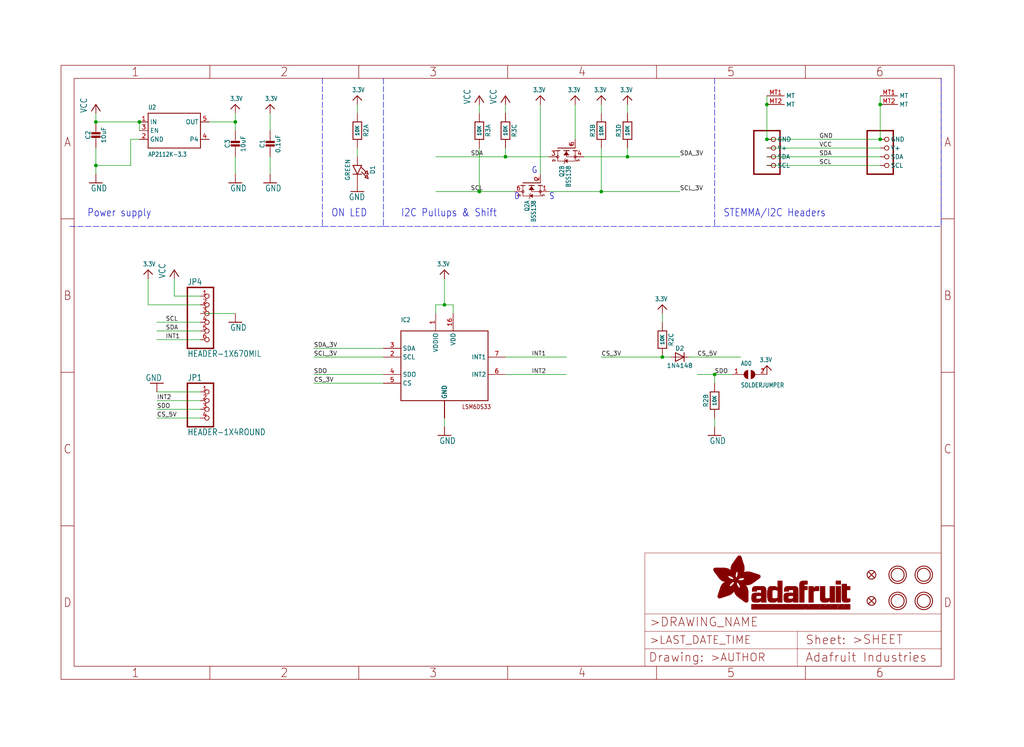
<source format=kicad_sch>
(kicad_sch (version 20211123) (generator eeschema)
  (paper "User" 298.45 217.881)
  (lib_symbols
    (symbol "eagleSchem-eagle-import:3.3V" (power)
      (property "Value" "3.3V" (at -1.524 1.016 0))
      (symbol "3.3V_1_0"
        (pin power_in line (at 0 -2.54 90) (length 2.54) (name "3.3V") (number "1"))
      )
    )
    (symbol "eagleSchem-eagle-import:CAP_CERAMIC0603_NO"
      (property "Reference" "C" (at -2.29 1.25 90))
      (property "Value" "CAP_CERAMIC0603_NO" (at 2.3 1.25 90))
      (symbol "CAP_CERAMIC0603_NO_1_0"
        (pin passive line (at 0 5.08 270) (length 2.54) (name "1") (number "1"))
        (pin passive line (at 0 -2.54 90) (length 2.54) (name "2") (number "2"))
      )
    )
    (symbol "eagleSchem-eagle-import:CAP_CERAMIC0805-NOOUTLINE"
      (property "Reference" "C" (at -2.29 1.25 90))
      (property "Value" "CAP_CERAMIC0805-NOOUTLINE" (at 2.3 1.25 90))
      (symbol "CAP_CERAMIC0805-NOOUTLINE_1_0"
        (pin passive line (at 0 5.08 270) (length 2.54) (name "1") (number "1"))
        (pin passive line (at 0 -2.54 90) (length 2.54) (name "2") (number "2"))
      )
    )
    (symbol "eagleSchem-eagle-import:DIODESOD-323"
      (property "Reference" "D" (at 0 2.54 0))
      (property "Value" "DIODESOD-323" (at 0 -2.5 0))
      (symbol "DIODESOD-323_1_0"
        (pin passive line (at -2.54 0 0) (length 2.54) (name "A") (number "A"))
        (pin passive line (at 2.54 0 180) (length 2.54) (name "C") (number "C"))
      )
    )
    (symbol "eagleSchem-eagle-import:FIDUCIAL_1MM")
    (symbol "eagleSchem-eagle-import:FRAME_A4_ADAFRUIT"
      (symbol "FRAME_A4_ADAFRUIT_1_0"
        (text "1" (at 21.6958 1.905 0) (effects (font (size 2.54 2.286))))
        (text "1" (at 21.6958 177.165 0) (effects (font (size 2.54 2.286))))
        (text "2" (at 65.0875 1.905 0) (effects (font (size 2.54 2.286))))
        (text "2" (at 65.0875 177.165 0) (effects (font (size 2.54 2.286))))
        (text "3" (at 108.4792 1.905 0) (effects (font (size 2.54 2.286))))
        (text "3" (at 108.4792 177.165 0) (effects (font (size 2.54 2.286))))
        (text "4" (at 151.8708 1.905 0) (effects (font (size 2.54 2.286))))
        (text "4" (at 151.8708 177.165 0) (effects (font (size 2.54 2.286))))
        (text "5" (at 195.2625 1.905 0) (effects (font (size 2.54 2.286))))
        (text "5" (at 195.2625 177.165 0) (effects (font (size 2.54 2.286))))
        (text "6" (at 238.6542 1.905 0) (effects (font (size 2.54 2.286))))
        (text "6" (at 238.6542 177.165 0) (effects (font (size 2.54 2.286))))
        (text ">AUTHOR" (at 189.23 5.08 0) (effects (font (size 2.286 2.286)) (justify left bottom)))
        (text ">DRAWING_NAME" (at 171.45 15.24 0) (effects (font (size 2.54 2.54)) (justify left bottom)))
        (text ">LAST_DATE_TIME" (at 171.45 10.16 0) (effects (font (size 2.286 2.286)) (justify left bottom)))
        (text ">SHEET" (at 230.505 10.16 0) (effects (font (size 2.54 2.54)) (justify left bottom)))
        (text "A" (at 1.905 156.6863 0) (effects (font (size 2.54 2.286))))
        (text "A" (at 258.445 156.6863 0) (effects (font (size 2.54 2.286))))
        (text "Adafruit Industries" (at 216.916 4.953 0) (effects (font (size 2.54 2.54)) (justify left bottom)))
        (text "B" (at 1.905 111.9188 0) (effects (font (size 2.54 2.286))))
        (text "B" (at 258.445 111.9188 0) (effects (font (size 2.54 2.286))))
        (text "C" (at 1.905 67.1513 0) (effects (font (size 2.54 2.286))))
        (text "C" (at 258.445 67.1513 0) (effects (font (size 2.54 2.286))))
        (text "D" (at 1.905 22.3838 0) (effects (font (size 2.54 2.286))))
        (text "D" (at 258.445 22.3838 0) (effects (font (size 2.54 2.286))))
        (text "Drawing:" (at 171.196 4.953 0) (effects (font (size 2.54 2.54)) (justify left bottom)))
        (text "Sheet:" (at 216.916 10.033 0) (effects (font (size 2.54 2.54)) (justify left bottom)))
      )
    )
    (symbol "eagleSchem-eagle-import:GND" (power)
      (property "Value" "GND" (at -2.54 -2.54 0))
      (symbol "GND_1_0"
        (pin power_in line (at 0 2.54 270) (length 2.54) (name "GND") (number "1"))
      )
    )
    (symbol "eagleSchem-eagle-import:HEADER-1X4ROUND"
      (property "Reference" "JP" (at -6.35 8.255 0))
      (property "Value" "HEADER-1X4ROUND" (at -6.35 -7.62 0))
      (symbol "HEADER-1X4ROUND_1_0"
        (pin passive inverted (at -2.54 5.08 0) (length 2.54) (name "1") (number "1"))
        (pin passive inverted (at -2.54 2.54 0) (length 2.54) (name "2") (number "2"))
        (pin passive inverted (at -2.54 0 0) (length 2.54) (name "3") (number "3"))
        (pin passive inverted (at -2.54 -2.54 0) (length 2.54) (name "4") (number "4"))
      )
    )
    (symbol "eagleSchem-eagle-import:HEADER-1X670MIL"
      (property "Reference" "JP" (at -6.35 10.795 0))
      (property "Value" "HEADER-1X670MIL" (at -6.35 -10.16 0))
      (symbol "HEADER-1X670MIL_1_0"
        (pin passive inverted (at -2.54 7.62 0) (length 2.54) (name "1") (number "1"))
        (pin passive inverted (at -2.54 5.08 0) (length 2.54) (name "2") (number "2"))
        (pin passive inverted (at -2.54 2.54 0) (length 2.54) (name "3") (number "3"))
        (pin passive inverted (at -2.54 0 0) (length 2.54) (name "4") (number "4"))
        (pin passive inverted (at -2.54 -2.54 0) (length 2.54) (name "5") (number "5"))
        (pin passive inverted (at -2.54 -5.08 0) (length 2.54) (name "6") (number "6"))
      )
    )
    (symbol "eagleSchem-eagle-import:LED0603_NOOUTLINE"
      (property "Reference" "D" (at -1.27 4.445 0))
      (property "Value" "LED0603_NOOUTLINE" (at -1.27 -2.794 0))
      (symbol "LED0603_NOOUTLINE_1_0"
        (pin passive line (at -5.08 0 0) (length 2.54) (name "A") (number "A"))
        (pin passive line (at 2.54 0 180) (length 2.54) (name "C") (number "C"))
      )
    )
    (symbol "eagleSchem-eagle-import:LSM6DS33"
      (property "Reference" "IC" (at -12.7 12.7 0))
      (symbol "LSM6DS33_1_0"
        (text "LSM6DS33" (at 5.08 -12.7 0) (effects (font (size 1.27 1.0795)) (justify left bottom)))
        (pin power_in line (at -2.54 15.24 270) (length 5.08) (name "VDDIO") (number "1"))
        (pin power_in line (at 0 -15.24 90) (length 5.08) (name "GND") (number "10"))
        (pin power_in line (at 0 -15.24 90) (length 5.08) (name "GND") (number "11"))
        (pin power_in line (at 0 -15.24 90) (length 5.08) (name "GND") (number "12"))
        (pin power_in line (at 0 -15.24 90) (length 5.08) (name "GND") (number "13"))
        (pin power_in line (at 0 -15.24 90) (length 5.08) (name "GND") (number "15"))
        (pin power_in line (at 2.54 15.24 270) (length 5.08) (name "VDD") (number "16"))
        (pin bidirectional line (at -17.78 2.54 0) (length 5.08) (name "SCL") (number "2"))
        (pin bidirectional line (at -17.78 5.08 0) (length 5.08) (name "SDA") (number "3"))
        (pin bidirectional line (at -17.78 -2.54 0) (length 5.08) (name "SDO") (number "4"))
        (pin input line (at -17.78 -5.08 0) (length 5.08) (name "CS") (number "5"))
        (pin output line (at 17.78 -2.54 180) (length 5.08) (name "INT2") (number "6"))
        (pin output line (at 17.78 2.54 180) (length 5.08) (name "INT1") (number "7"))
        (pin power_in line (at 0 -15.24 90) (length 5.08) (name "GND") (number "8"))
        (pin power_in line (at 0 -15.24 90) (length 5.08) (name "GND") (number "9"))
      )
    )
    (symbol "eagleSchem-eagle-import:MOSFET-N_DUAL"
      (property "Reference" "Q" (at 5.08 0.635 0))
      (property "Value" "MOSFET-N_DUAL" (at 5.08 -1.27 0))
      (symbol "MOSFET-N_DUAL_1_0"
        (text "D" (at 3.175 3.175 0) (effects (font (size 0.8128 0.6908)) (justify left bottom)))
        (text "G" (at -1.27 -1.905 0) (effects (font (size 0.8128 0.6908)) (justify left bottom)))
        (text "S" (at 3.175 -3.81 0) (effects (font (size 0.8128 0.6908)) (justify left bottom)))
        (pin bidirectional line (at 2.54 -5.08 90) (length 2.54) (name "S") (number "1"))
        (pin bidirectional line (at -2.54 -2.54 0) (length 2.54) (name "G") (number "2"))
        (pin bidirectional line (at 2.54 5.08 270) (length 2.54) (name "D") (number "6"))
      )
      (symbol "MOSFET-N_DUAL_2_0"
        (text "D" (at 3.175 3.175 0) (effects (font (size 0.8128 0.6908)) (justify left bottom)))
        (text "G" (at -1.27 -1.905 0) (effects (font (size 0.8128 0.6908)) (justify left bottom)))
        (text "S" (at 3.175 -3.81 0) (effects (font (size 0.8128 0.6908)) (justify left bottom)))
        (pin bidirectional line (at 2.54 5.08 270) (length 2.54) (name "D") (number "3"))
        (pin bidirectional line (at 2.54 -5.08 90) (length 2.54) (name "S") (number "4"))
        (pin bidirectional line (at -2.54 -2.54 0) (length 2.54) (name "G") (number "5"))
      )
    )
    (symbol "eagleSchem-eagle-import:MOUNTINGHOLE2.5")
    (symbol "eagleSchem-eagle-import:RESISTOR_4PACK"
      (property "Reference" "R" (at 0 2.54 0))
      (property "Value" "RESISTOR_4PACK" (at 0 0 0))
      (symbol "RESISTOR_4PACK_1_0"
        (pin passive line (at -5.08 0 0) (length 2.54) (name "1") (number "1"))
        (pin passive line (at 5.08 0 180) (length 2.54) (name "2") (number "8"))
      )
      (symbol "RESISTOR_4PACK_2_0"
        (pin passive line (at -5.08 0 0) (length 2.54) (name "1") (number "2"))
        (pin passive line (at 5.08 0 180) (length 2.54) (name "2") (number "7"))
      )
      (symbol "RESISTOR_4PACK_3_0"
        (pin passive line (at -5.08 0 0) (length 2.54) (name "1") (number "3"))
        (pin passive line (at 5.08 0 180) (length 2.54) (name "2") (number "6"))
      )
      (symbol "RESISTOR_4PACK_4_0"
        (pin passive line (at -5.08 0 0) (length 2.54) (name "1") (number "4"))
        (pin passive line (at 5.08 0 180) (length 2.54) (name "2") (number "5"))
      )
    )
    (symbol "eagleSchem-eagle-import:SOLDERJUMPER"
      (property "Reference" "SJ" (at -2.54 2.54 0))
      (property "Value" "SOLDERJUMPER" (at -2.54 -3.81 0))
      (symbol "SOLDERJUMPER_1_0"
        (pin passive line (at -5.08 0 0) (length 2.54) (name "1") (number "1"))
        (pin passive line (at 5.08 0 180) (length 2.54) (name "2") (number "2"))
      )
    )
    (symbol "eagleSchem-eagle-import:STEMMA_I2C_QT"
      (symbol "STEMMA_I2C_QT_1_0"
        (pin passive inverted (at 0 5.08 0) (length 2.54) (name "GND") (number "1"))
        (pin passive inverted (at 0 2.54 0) (length 2.54) (name "V+") (number "2"))
        (pin passive inverted (at 0 0 0) (length 2.54) (name "SDA") (number "3"))
        (pin passive inverted (at 0 -2.54 0) (length 2.54) (name "SCL") (number "4"))
      )
      (symbol "STEMMA_I2C_QT_2_0"
        (pin bidirectional line (at 0 0 0) (length 5.08) (name "MT") (number "MT1"))
      )
      (symbol "STEMMA_I2C_QT_3_0"
        (pin bidirectional line (at 0 0 0) (length 5.08) (name "MT") (number "MT2"))
      )
    )
    (symbol "eagleSchem-eagle-import:VCC" (power)
      (property "Value" "VCC" (at -2.54 -2.54 90))
      (symbol "VCC_1_0"
        (pin power_in line (at 0 -2.54 90) (length 2.54) (name "VCC") (number "1"))
      )
    )
    (symbol "eagleSchem-eagle-import:VREG_SOT23-5"
      (property "Reference" "U" (at -7.62 6.096 0))
      (property "Value" "VREG_SOT23-5" (at -7.62 -7.62 0))
      (symbol "VREG_SOT23-5_1_0"
        (pin power_in line (at -10.16 2.54 0) (length 2.54) (name "IN") (number "1"))
        (pin power_in line (at -10.16 -2.54 0) (length 2.54) (name "GND") (number "2"))
        (pin input line (at -10.16 0 0) (length 2.54) (name "EN") (number "3"))
        (pin bidirectional line (at 10.16 -2.54 180) (length 2.54) (name "P4") (number "4"))
        (pin power_in line (at 10.16 2.54 180) (length 2.54) (name "OUT") (number "5"))
      )
    )
  )
  (junction (at 208.28 109.22))
  (junction (at 139.7 55.88))
  (junction (at 27.94 48.26))
  (junction (at 193.04 104.14))
  (junction (at 256.54 40.64))
  (junction (at 223.52 30.48))
  (junction (at 27.94 35.56))
  (junction (at 68.58 35.56))
  (junction (at 182.88 45.72))
  (junction (at 147.32 45.72))
  (junction (at 129.54 88.9))
  (junction (at 40.64 35.56))
  (junction (at 175.26 55.88))
  (junction (at 223.52 40.64))
  (junction (at 256.54 30.48))
  (wire (pts (xy 43.18 88.9) (xy 43.18 81.28)))
  (wire (pts (xy 157.48 50.8) (xy 157.48 30.48)))
  (wire (pts (xy 160.02 45.72) (xy 147.32 45.72)))
  (wire (pts (xy 147.32 33.02) (xy 147.32 30.48)))
  (wire (pts (xy 58.42 93.98) (xy 45.72 93.98)))
  (polyline (pts (xy 208.28 66.04) (xy 274.32 66.04)))
  (wire (pts (xy 256.54 40.64) (xy 256.54 30.48)))
  (wire (pts (xy 40.64 38.1) (xy 40.64 35.56)))
  (wire (pts (xy 175.26 55.88) (xy 198.12 55.88)))
  (wire (pts (xy 182.88 45.72) (xy 198.12 45.72)))
  (wire (pts (xy 111.76 111.76) (xy 91.44 111.76)))
  (wire (pts (xy 170.18 45.72) (xy 182.88 45.72)))
  (polyline (pts (xy 20.32 66.04) (xy 93.98 66.04)))
  (wire (pts (xy 208.28 124.46) (xy 208.28 121.92)))
  (wire (pts (xy 223.52 43.18) (xy 256.54 43.18)))
  (wire (pts (xy 223.52 30.48) (xy 223.52 40.64)))
  (wire (pts (xy 139.7 43.18) (xy 139.7 55.88)))
  (wire (pts (xy 223.52 48.26) (xy 256.54 48.26)))
  (wire (pts (xy 58.42 86.36) (xy 50.8 86.36)))
  (wire (pts (xy 175.26 33.02) (xy 175.26 30.48)))
  (wire (pts (xy 256.54 40.64) (xy 223.52 40.64)))
  (wire (pts (xy 40.64 35.56) (xy 27.94 35.56)))
  (wire (pts (xy 58.42 121.92) (xy 45.72 121.92)))
  (wire (pts (xy 68.58 35.56) (xy 68.58 33.02)))
  (wire (pts (xy 182.88 33.02) (xy 182.88 30.48)))
  (wire (pts (xy 147.32 45.72) (xy 127 45.72)))
  (wire (pts (xy 256.54 45.72) (xy 223.52 45.72)))
  (wire (pts (xy 139.7 30.48) (xy 139.7 33.02)))
  (wire (pts (xy 104.14 45.72) (xy 104.14 43.18)))
  (wire (pts (xy 182.88 43.18) (xy 182.88 45.72)))
  (wire (pts (xy 200.66 104.14) (xy 215.9 104.14)))
  (wire (pts (xy 91.44 104.14) (xy 111.76 104.14)))
  (wire (pts (xy 160.02 55.88) (xy 175.26 55.88)))
  (wire (pts (xy 111.76 101.6) (xy 91.44 101.6)))
  (wire (pts (xy 58.42 88.9) (xy 43.18 88.9)))
  (wire (pts (xy 58.42 96.52) (xy 45.72 96.52)))
  (wire (pts (xy 147.32 104.14) (xy 165.1 104.14)))
  (wire (pts (xy 45.72 114.3) (xy 58.42 114.3)))
  (wire (pts (xy 167.64 40.64) (xy 167.64 30.48)))
  (wire (pts (xy 175.26 43.18) (xy 175.26 55.88)))
  (wire (pts (xy 132.08 91.44) (xy 132.08 88.9)))
  (wire (pts (xy 129.54 88.9) (xy 129.54 81.28)))
  (wire (pts (xy 208.28 109.22) (xy 213.36 109.22)))
  (wire (pts (xy 132.08 88.9) (xy 129.54 88.9)))
  (polyline (pts (xy 208.28 22.86) (xy 208.28 66.04)))
  (wire (pts (xy 40.64 40.64) (xy 38.1 40.64)))
  (wire (pts (xy 27.94 48.26) (xy 27.94 50.8)))
  (wire (pts (xy 127 88.9) (xy 127 91.44)))
  (wire (pts (xy 58.42 91.44) (xy 68.58 91.44)))
  (wire (pts (xy 149.86 55.88) (xy 139.7 55.88)))
  (wire (pts (xy 129.54 121.92) (xy 129.54 124.46)))
  (polyline (pts (xy 93.98 22.86) (xy 93.98 66.04)))
  (wire (pts (xy 193.04 104.14) (xy 175.26 104.14)))
  (wire (pts (xy 27.94 33.02) (xy 27.94 35.56)))
  (wire (pts (xy 111.76 109.22) (xy 91.44 109.22)))
  (wire (pts (xy 58.42 119.38) (xy 45.72 119.38)))
  (wire (pts (xy 58.42 116.84) (xy 45.72 116.84)))
  (wire (pts (xy 104.14 30.48) (xy 104.14 33.02)))
  (wire (pts (xy 127 88.9) (xy 129.54 88.9)))
  (wire (pts (xy 193.04 93.98) (xy 193.04 91.44)))
  (wire (pts (xy 208.28 109.22) (xy 203.2 109.22)))
  (wire (pts (xy 38.1 48.26) (xy 27.94 48.26)))
  (wire (pts (xy 78.74 33.02) (xy 78.74 38.1)))
  (wire (pts (xy 195.58 104.14) (xy 193.04 104.14)))
  (wire (pts (xy 256.54 30.48) (xy 256.54 27.94)))
  (polyline (pts (xy 111.76 22.86) (xy 111.76 66.04)))
  (wire (pts (xy 208.28 111.76) (xy 208.28 109.22)))
  (wire (pts (xy 147.32 43.18) (xy 147.32 45.72)))
  (polyline (pts (xy 274.32 22.86) (xy 274.32 66.04)))
  (wire (pts (xy 38.1 40.64) (xy 38.1 48.26)))
  (wire (pts (xy 68.58 35.56) (xy 68.58 38.1)))
  (wire (pts (xy 78.74 45.72) (xy 78.74 50.8)))
  (wire (pts (xy 223.52 27.94) (xy 223.52 30.48)))
  (wire (pts (xy 50.8 86.36) (xy 50.8 81.28)))
  (wire (pts (xy 68.58 45.72) (xy 68.58 50.8)))
  (polyline (pts (xy 111.76 66.04) (xy 208.28 66.04)))
  (wire (pts (xy 58.42 99.06) (xy 45.72 99.06)))
  (wire (pts (xy 27.94 48.26) (xy 27.94 43.18)))
  (wire (pts (xy 60.96 35.56) (xy 68.58 35.56)))
  (wire (pts (xy 139.7 55.88) (xy 127 55.88)))
  (polyline (pts (xy 93.98 66.04) (xy 111.76 66.04)))
  (wire (pts (xy 165.1 109.22) (xy 147.32 109.22)))
  (text "STEMMA/I2C Headers" (at 210.82 63.5 180) (effects (font (size 2.1844 1.8567)) (justify left bottom)))
  (text "ON LED" (at 96.52 63.5 180) (effects (font (size 2.1844 1.8567)) (justify left bottom)))
  (text "D" (at 149.86 58.42 180) (effects (font (size 1.778 1.5113)) (justify left bottom)))
  (text "G" (at 154.94 50.8 180) (effects (font (size 1.778 1.5113)) (justify left bottom)))
  (text "I2C Pullups & Shift" (at 116.84 63.5 180) (effects (font (size 2.1844 1.8567)) (justify left bottom)))
  (text "Power supply" (at 25.4 63.5 180) (effects (font (size 2.1844 1.8567)) (justify left bottom)))
  (text "S" (at 160.02 58.42 180) (effects (font (size 1.778 1.5113)) (justify left bottom)))
  (label "INT2" (at 45.72 116.84 0) (effects (font (size 1.2446 1.2446))))
  (label "INT1" (at 154.94 104.14 0) (effects (font (size 1.2446 1.2446))))
  (label "SDO" (at 208.28 109.22 0) (effects (font (size 1.2446 1.2446))))
  (label "SCL" (at 48.26 93.98 0) (effects (font (size 1.2446 1.2446))))
  (label "SDA" (at 48.26 96.52 0) (effects (font (size 1.2446 1.2446))))
  (label "SDA_3V" (at 91.44 101.6 0) (effects (font (size 1.2446 1.2446))))
  (label "INT1" (at 48.26 99.06 0) (effects (font (size 1.2446 1.2446))))
  (label "SDA" (at 137.16 45.72 0) (effects (font (size 1.2446 1.2446))))
  (label "INT2" (at 154.94 109.22 0) (effects (font (size 1.2446 1.2446))))
  (label "SCL_3V" (at 91.44 104.14 0) (effects (font (size 1.2446 1.2446))))
  (label "SDO" (at 45.72 119.38 0) (effects (font (size 1.2446 1.2446))))
  (label "CS_3V" (at 175.26 104.14 0) (effects (font (size 1.2446 1.2446))))
  (label "SCL" (at 238.76 48.26 0) (effects (font (size 1.2446 1.2446))))
  (label "GND" (at 238.76 40.64 0) (effects (font (size 1.2446 1.2446))))
  (label "SDO" (at 91.44 109.22 0) (effects (font (size 1.2446 1.2446))))
  (label "VCC" (at 238.76 43.18 0) (effects (font (size 1.2446 1.2446))))
  (label "SDA_3V" (at 198.12 45.72 0) (effects (font (size 1.2446 1.2446))))
  (label "CS_5V" (at 203.2 104.14 0) (effects (font (size 1.2446 1.2446))))
  (label "SCL" (at 137.16 55.88 0) (effects (font (size 1.2446 1.2446))))
  (label "SDA" (at 238.76 45.72 0) (effects (font (size 1.2446 1.2446))))
  (label "SCL_3V" (at 198.12 55.88 0) (effects (font (size 1.2446 1.2446))))
  (label "CS_5V" (at 45.72 121.92 0) (effects (font (size 1.2446 1.2446))))
  (label "CS_3V" (at 91.44 111.76 0) (effects (font (size 1.2446 1.2446))))
  (symbol (lib_id "eagleSchem-eagle-import:LED0603_NOOUTLINE") (at 104.14 50.8 270) (unit 1)
    (property "Reference" "D1" (at 108.585 49.53 0))
    (property "Value" "GREEN" (at 101.346 49.53 0))
    (property "Footprint" "eagleSchem:CHIPLED_0603_NOOUTLINE" (effects hide))
  )
  (symbol (lib_id "eagleSchem-eagle-import:FIDUCIAL_1MM") (at 254 175.26 0) (unit 1)
    (property "Reference" "FID3" (effects hide))
    (property "Value" "FIDUCIAL_1MM" (effects hide))
    (property "Footprint" "eagleSchem:FIDUCIAL_1MM" (effects hide))
  )
  (symbol (lib_id "eagleSchem-eagle-import:VCC") (at 147.32 27.94 0) (unit 1)
    (property "Reference" "#P+2" (effects hide))
    (property "Value" "VCC" (at 144.78 30.48 90) (effects (font (size 1.778 1.5113)) (justify left bottom)))
    (property "Footprint" "eagleSchem:" (effects hide))
  )
  (symbol (lib_id "eagleSchem-eagle-import:3.3V") (at 193.04 88.9 0) (mirror y) (unit 1)
    (property "Reference" "#U$12" (effects hide))
    (property "Value" "3.3V" (at 194.564 87.884 0) (effects (font (size 1.27 1.0795)) (justify left bottom)))
    (property "Footprint" "eagleSchem:" (effects hide))
  )
  (symbol (lib_id "eagleSchem-eagle-import:3.3V") (at 167.64 27.94 0) (mirror y) (unit 1)
    (property "Reference" "#U$23" (effects hide))
    (property "Value" "3.3V" (at 169.164 26.924 0) (effects (font (size 1.27 1.0795)) (justify left bottom)))
    (property "Footprint" "eagleSchem:" (effects hide))
  )
  (symbol (lib_id "eagleSchem-eagle-import:RESISTOR_4PACK") (at 104.14 38.1 270) (unit 1)
    (property "Reference" "R2" (at 106.68 38.1 0))
    (property "Value" "10K" (at 104.14 38.1 0) (effects (font (size 1.016 1.016) bold)))
    (property "Footprint" "eagleSchem:RESPACK_4X0603" (effects hide))
  )
  (symbol (lib_id "eagleSchem-eagle-import:GND") (at 208.28 127 0) (unit 1)
    (property "Reference" "#U$20" (effects hide))
    (property "Value" "GND" (at 206.756 129.54 0) (effects (font (size 1.778 1.5113)) (justify left bottom)))
    (property "Footprint" "eagleSchem:" (effects hide))
  )
  (symbol (lib_id "eagleSchem-eagle-import:3.3V") (at 175.26 27.94 0) (mirror y) (unit 1)
    (property "Reference" "#U$24" (effects hide))
    (property "Value" "3.3V" (at 176.784 26.924 0) (effects (font (size 1.27 1.0795)) (justify left bottom)))
    (property "Footprint" "eagleSchem:" (effects hide))
  )
  (symbol (lib_id "eagleSchem-eagle-import:DIODESOD-323") (at 198.12 104.14 0) (unit 1)
    (property "Reference" "D2" (at 198.12 101.6 0))
    (property "Value" "1N4148" (at 198.12 106.64 0))
    (property "Footprint" "eagleSchem:SOD-323" (effects hide))
  )
  (symbol (lib_id "eagleSchem-eagle-import:RESISTOR_4PACK") (at 182.88 38.1 90) (mirror x) (unit 4)
    (property "Reference" "R3" (at 180.34 38.1 0))
    (property "Value" "10K" (at 182.88 38.1 0) (effects (font (size 1.016 1.016) bold)))
    (property "Footprint" "eagleSchem:RESPACK_4X0603" (effects hide))
  )
  (symbol (lib_id "eagleSchem-eagle-import:RESISTOR_4PACK") (at 175.26 38.1 90) (mirror x) (unit 2)
    (property "Reference" "R3" (at 172.72 38.1 0))
    (property "Value" "10K" (at 175.26 38.1 0) (effects (font (size 1.016 1.016) bold)))
    (property "Footprint" "eagleSchem:RESPACK_4X0603" (effects hide))
  )
  (symbol (lib_id "eagleSchem-eagle-import:CAP_CERAMIC0805-NOOUTLINE") (at 68.58 43.18 0) (unit 1)
    (property "Reference" "C3" (at 66.29 41.93 90))
    (property "Value" "10uF" (at 70.88 41.93 90))
    (property "Footprint" "eagleSchem:0805-NO" (effects hide))
  )
  (symbol (lib_id "eagleSchem-eagle-import:3.3V") (at 223.52 106.68 0) (mirror y) (unit 1)
    (property "Reference" "#U$11" (effects hide))
    (property "Value" "3.3V" (at 225.044 105.664 0) (effects (font (size 1.27 1.0795)) (justify left bottom)))
    (property "Footprint" "eagleSchem:" (effects hide))
  )
  (symbol (lib_id "eagleSchem-eagle-import:MOSFET-N_DUAL") (at 165.1 43.18 90) (mirror x) (unit 2)
    (property "Reference" "Q2" (at 164.465 48.26 0) (effects (font (size 1.27 1.0795)) (justify left bottom)))
    (property "Value" "BSS138" (at 166.37 48.26 0) (effects (font (size 1.27 1.0795)) (justify left bottom)))
    (property "Footprint" "eagleSchem:SOT363" (effects hide))
  )
  (symbol (lib_id "eagleSchem-eagle-import:RESISTOR_4PACK") (at 147.32 38.1 270) (unit 3)
    (property "Reference" "R3" (at 149.86 38.1 0))
    (property "Value" "10K" (at 147.32 38.1 0) (effects (font (size 1.016 1.016) bold)))
    (property "Footprint" "eagleSchem:RESPACK_4X0603" (effects hide))
  )
  (symbol (lib_id "eagleSchem-eagle-import:GND") (at 68.58 53.34 0) (unit 1)
    (property "Reference" "#U$5" (effects hide))
    (property "Value" "GND" (at 67.056 55.88 0) (effects (font (size 1.778 1.5113)) (justify left bottom)))
    (property "Footprint" "eagleSchem:" (effects hide))
  )
  (symbol (lib_id "eagleSchem-eagle-import:GND") (at 78.74 53.34 0) (unit 1)
    (property "Reference" "#U$6" (effects hide))
    (property "Value" "GND" (at 77.216 55.88 0) (effects (font (size 1.778 1.5113)) (justify left bottom)))
    (property "Footprint" "eagleSchem:" (effects hide))
  )
  (symbol (lib_id "eagleSchem-eagle-import:MOSFET-N_DUAL") (at 154.94 53.34 90) (mirror x) (unit 1)
    (property "Reference" "Q2" (at 154.305 58.42 0) (effects (font (size 1.27 1.0795)) (justify left bottom)))
    (property "Value" "BSS138" (at 156.21 58.42 0) (effects (font (size 1.27 1.0795)) (justify left bottom)))
    (property "Footprint" "eagleSchem:SOT363" (effects hide))
  )
  (symbol (lib_id "eagleSchem-eagle-import:STEMMA_I2C_QT") (at 223.52 30.48 0) (unit 3)
    (property "Reference" "CONN3" (effects hide))
    (property "Value" "STEMMA_I2C_QT" (effects hide))
    (property "Footprint" "eagleSchem:JST_SH4" (effects hide))
  )
  (symbol (lib_id "eagleSchem-eagle-import:GND") (at 68.58 93.98 0) (unit 1)
    (property "Reference" "#U$10" (effects hide))
    (property "Value" "GND" (at 67.056 96.52 0) (effects (font (size 1.778 1.5113)) (justify left bottom)))
    (property "Footprint" "eagleSchem:" (effects hide))
  )
  (symbol (lib_id "eagleSchem-eagle-import:HEADER-1X670MIL") (at 60.96 93.98 0) (unit 1)
    (property "Reference" "JP4" (at 54.61 83.185 0) (effects (font (size 1.778 1.5113)) (justify left bottom)))
    (property "Value" "HEADER-1X670MIL" (at 54.61 104.14 0) (effects (font (size 1.778 1.5113)) (justify left bottom)))
    (property "Footprint" "eagleSchem:1X06_ROUND_70" (effects hide))
  )
  (symbol (lib_id "eagleSchem-eagle-import:STEMMA_I2C_QT") (at 256.54 45.72 0) (unit 1)
    (property "Reference" "CONN4" (effects hide))
    (property "Value" "STEMMA_I2C_QT" (effects hide))
    (property "Footprint" "eagleSchem:JST_SH4" (effects hide))
  )
  (symbol (lib_id "eagleSchem-eagle-import:VREG_SOT23-5") (at 50.8 38.1 0) (unit 1)
    (property "Reference" "U2" (at 43.18 32.004 0) (effects (font (size 1.27 1.0795)) (justify left bottom)))
    (property "Value" "AP2112K-3.3" (at 43.18 45.72 0) (effects (font (size 1.27 1.0795)) (justify left bottom)))
    (property "Footprint" "eagleSchem:SOT23-5" (effects hide))
  )
  (symbol (lib_id "eagleSchem-eagle-import:VCC") (at 139.7 27.94 0) (unit 1)
    (property "Reference" "#P+1" (effects hide))
    (property "Value" "VCC" (at 137.16 30.48 90) (effects (font (size 1.778 1.5113)) (justify left bottom)))
    (property "Footprint" "eagleSchem:" (effects hide))
  )
  (symbol (lib_id "eagleSchem-eagle-import:GND") (at 27.94 53.34 0) (unit 1)
    (property "Reference" "#U$13" (effects hide))
    (property "Value" "GND" (at 26.416 55.88 0) (effects (font (size 1.778 1.5113)) (justify left bottom)))
    (property "Footprint" "eagleSchem:" (effects hide))
  )
  (symbol (lib_id "eagleSchem-eagle-import:GND") (at 104.14 55.88 0) (unit 1)
    (property "Reference" "#GND6" (effects hide))
    (property "Value" "GND" (at 101.6 58.42 0) (effects (font (size 1.778 1.5113)) (justify left bottom)))
    (property "Footprint" "eagleSchem:" (effects hide))
  )
  (symbol (lib_id "eagleSchem-eagle-import:MOUNTINGHOLE2.5") (at 261.62 167.64 0) (unit 1)
    (property "Reference" "U$17" (effects hide))
    (property "Value" "MOUNTINGHOLE2.5" (effects hide))
    (property "Footprint" "eagleSchem:MOUNTINGHOLE_2.5_PLATED" (effects hide))
  )
  (symbol (lib_id "eagleSchem-eagle-import:MOUNTINGHOLE2.5") (at 261.62 175.26 0) (unit 1)
    (property "Reference" "U$1" (effects hide))
    (property "Value" "MOUNTINGHOLE2.5" (effects hide))
    (property "Footprint" "eagleSchem:MOUNTINGHOLE_2.5_PLATED" (effects hide))
  )
  (symbol (lib_id "eagleSchem-eagle-import:SOLDERJUMPER") (at 218.44 109.22 0) (unit 1)
    (property "Reference" "AD0" (at 215.9 106.68 0) (effects (font (size 1.27 1.0795)) (justify left bottom)))
    (property "Value" "SOLDERJUMPER" (at 215.9 113.03 0) (effects (font (size 1.27 1.0795)) (justify left bottom)))
    (property "Footprint" "eagleSchem:SOLDERJUMPER_ARROW_NOPASTE" (effects hide))
  )
  (symbol (lib_id "eagleSchem-eagle-import:STEMMA_I2C_QT") (at 223.52 45.72 0) (unit 1)
    (property "Reference" "CONN3" (effects hide))
    (property "Value" "STEMMA_I2C_QT" (effects hide))
    (property "Footprint" "eagleSchem:JST_SH4" (effects hide))
  )
  (symbol (lib_id "eagleSchem-eagle-import:STEMMA_I2C_QT") (at 256.54 30.48 0) (unit 3)
    (property "Reference" "CONN4" (effects hide))
    (property "Value" "STEMMA_I2C_QT" (effects hide))
    (property "Footprint" "eagleSchem:JST_SH4" (effects hide))
  )
  (symbol (lib_id "eagleSchem-eagle-import:RESISTOR_4PACK") (at 139.7 38.1 270) (unit 1)
    (property "Reference" "R3" (at 142.24 38.1 0))
    (property "Value" "10K" (at 139.7 38.1 0) (effects (font (size 1.016 1.016) bold)))
    (property "Footprint" "eagleSchem:RESPACK_4X0603" (effects hide))
  )
  (symbol (lib_id "eagleSchem-eagle-import:CAP_CERAMIC0805-NOOUTLINE") (at 27.94 40.64 0) (unit 1)
    (property "Reference" "C2" (at 25.65 39.39 90))
    (property "Value" "10uF" (at 30.24 39.39 90))
    (property "Footprint" "eagleSchem:0805-NO" (effects hide))
  )
  (symbol (lib_id "eagleSchem-eagle-import:HEADER-1X4ROUND") (at 60.96 119.38 0) (unit 1)
    (property "Reference" "JP1" (at 54.61 111.125 0) (effects (font (size 1.778 1.5113)) (justify left bottom)))
    (property "Value" "HEADER-1X4ROUND" (at 54.61 127 0) (effects (font (size 1.778 1.5113)) (justify left bottom)))
    (property "Footprint" "eagleSchem:1X04_ROUND" (effects hide))
  )
  (symbol (lib_id "eagleSchem-eagle-import:VCC") (at 27.94 30.48 0) (unit 1)
    (property "Reference" "#P+3" (effects hide))
    (property "Value" "VCC" (at 25.4 33.02 90) (effects (font (size 1.778 1.5113)) (justify left bottom)))
    (property "Footprint" "eagleSchem:" (effects hide))
  )
  (symbol (lib_id "eagleSchem-eagle-import:3.3V") (at 43.18 78.74 0) (unit 1)
    (property "Reference" "#U$16" (effects hide))
    (property "Value" "3.3V" (at 41.656 77.724 0) (effects (font (size 1.27 1.0795)) (justify left bottom)))
    (property "Footprint" "eagleSchem:" (effects hide))
  )
  (symbol (lib_id "eagleSchem-eagle-import:GND") (at 129.54 127 0) (unit 1)
    (property "Reference" "#U$2" (effects hide))
    (property "Value" "GND" (at 128.016 129.54 0) (effects (font (size 1.778 1.5113)) (justify left bottom)))
    (property "Footprint" "eagleSchem:" (effects hide))
  )
  (symbol (lib_id "eagleSchem-eagle-import:CAP_CERAMIC0603_NO") (at 78.74 43.18 0) (unit 1)
    (property "Reference" "C1" (at 76.45 41.93 90))
    (property "Value" "0.1uF" (at 81.04 41.93 90))
    (property "Footprint" "eagleSchem:0603-NO" (effects hide))
  )
  (symbol (lib_id "eagleSchem-eagle-import:3.3V") (at 157.48 27.94 0) (mirror y) (unit 1)
    (property "Reference" "#U$26" (effects hide))
    (property "Value" "3.3V" (at 159.004 26.924 0) (effects (font (size 1.27 1.0795)) (justify left bottom)))
    (property "Footprint" "eagleSchem:" (effects hide))
  )
  (symbol (lib_id "eagleSchem-eagle-import:VCC") (at 50.8 78.74 0) (unit 1)
    (property "Reference" "#P+4" (effects hide))
    (property "Value" "VCC" (at 48.26 81.28 90) (effects (font (size 1.778 1.5113)) (justify left bottom)))
    (property "Footprint" "eagleSchem:" (effects hide))
  )
  (symbol (lib_id "eagleSchem-eagle-import:STEMMA_I2C_QT") (at 256.54 27.94 0) (unit 2)
    (property "Reference" "CONN4" (effects hide))
    (property "Value" "STEMMA_I2C_QT" (effects hide))
    (property "Footprint" "eagleSchem:JST_SH4" (effects hide))
  )
  (symbol (lib_id "eagleSchem-eagle-import:LSM6DS33") (at 129.54 106.68 0) (unit 1)
    (property "Reference" "IC2" (at 116.84 93.98 0) (effects (font (size 1.27 1.0795)) (justify left bottom)))
    (property "Value" "LSM6DS33" (effects hide))
    (property "Footprint" "eagleSchem:LGA16_3X3MM" (effects hide))
  )
  (symbol (lib_id "eagleSchem-eagle-import:MOUNTINGHOLE2.5") (at 269.24 175.26 0) (unit 1)
    (property "Reference" "U$21" (effects hide))
    (property "Value" "MOUNTINGHOLE2.5" (effects hide))
    (property "Footprint" "eagleSchem:MOUNTINGHOLE_2.5_PLATED" (effects hide))
  )
  (symbol (lib_id "eagleSchem-eagle-import:3.3V") (at 182.88 27.94 0) (mirror y) (unit 1)
    (property "Reference" "#U$7" (effects hide))
    (property "Value" "3.3V" (at 184.404 26.924 0) (effects (font (size 1.27 1.0795)) (justify left bottom)))
    (property "Footprint" "eagleSchem:" (effects hide))
  )
  (symbol (lib_id "eagleSchem-eagle-import:GND") (at 45.72 111.76 180) (unit 1)
    (property "Reference" "#U$8" (effects hide))
    (property "Value" "GND" (at 47.244 109.22 0) (effects (font (size 1.778 1.5113)) (justify left bottom)))
    (property "Footprint" "eagleSchem:" (effects hide))
  )
  (symbol (lib_id "eagleSchem-eagle-import:STEMMA_I2C_QT") (at 223.52 27.94 0) (unit 2)
    (property "Reference" "CONN3" (effects hide))
    (property "Value" "STEMMA_I2C_QT" (effects hide))
    (property "Footprint" "eagleSchem:JST_SH4" (effects hide))
  )
  (symbol (lib_id "eagleSchem-eagle-import:3.3V") (at 68.58 30.48 0) (unit 1)
    (property "Reference" "#U$15" (effects hide))
    (property "Value" "3.3V" (at 67.056 29.464 0) (effects (font (size 1.27 1.0795)) (justify left bottom)))
    (property "Footprint" "eagleSchem:" (effects hide))
  )
  (symbol (lib_id "eagleSchem-eagle-import:RESISTOR_4PACK") (at 193.04 99.06 270) (unit 3)
    (property "Reference" "R2" (at 195.58 99.06 0))
    (property "Value" "10K" (at 193.04 99.06 0) (effects (font (size 1.016 1.016) bold)))
    (property "Footprint" "eagleSchem:RESPACK_4X0603" (effects hide))
  )
  (symbol (lib_id "eagleSchem-eagle-import:3.3V") (at 129.54 78.74 0) (mirror y) (unit 1)
    (property "Reference" "#U$4" (effects hide))
    (property "Value" "3.3V" (at 131.064 77.724 0) (effects (font (size 1.27 1.0795)) (justify left bottom)))
    (property "Footprint" "eagleSchem:" (effects hide))
  )
  (symbol (lib_id "eagleSchem-eagle-import:RESISTOR_4PACK") (at 208.28 116.84 90) (unit 2)
    (property "Reference" "R2" (at 205.74 116.84 0))
    (property "Value" "10K" (at 208.28 116.84 0) (effects (font (size 1.016 1.016) bold)))
    (property "Footprint" "eagleSchem:RESPACK_4X0603" (effects hide))
  )
  (symbol (lib_id "eagleSchem-eagle-import:FRAME_A4_ADAFRUIT") (at 17.78 198.12 0) (unit 1)
    (property "Reference" "#U$18" (effects hide))
    (property "Value" "FRAME_A4_ADAFRUIT" (effects hide))
    (property "Footprint" "eagleSchem:" (effects hide))
  )
  (symbol (lib_id "eagleSchem-eagle-import:FIDUCIAL_1MM") (at 254 167.64 0) (unit 1)
    (property "Reference" "FID4" (effects hide))
    (property "Value" "FIDUCIAL_1MM" (effects hide))
    (property "Footprint" "eagleSchem:FIDUCIAL_1MM" (effects hide))
  )
  (symbol (lib_id "eagleSchem-eagle-import:3.3V") (at 78.74 30.48 0) (unit 1)
    (property "Reference" "#U$14" (effects hide))
    (property "Value" "3.3V" (at 77.216 29.464 0) (effects (font (size 1.27 1.0795)) (justify left bottom)))
    (property "Footprint" "eagleSchem:" (effects hide))
  )
  (symbol (lib_id "eagleSchem-eagle-import:3.3V") (at 104.14 27.94 0) (unit 1)
    (property "Reference" "#U$3" (effects hide))
    (property "Value" "3.3V" (at 102.616 26.924 0) (effects (font (size 1.27 1.0795)) (justify left bottom)))
    (property "Footprint" "eagleSchem:" (effects hide))
  )
  (symbol (lib_id "eagleSchem-eagle-import:MOUNTINGHOLE2.5") (at 269.24 167.64 0) (unit 1)
    (property "Reference" "U$19" (effects hide))
    (property "Value" "MOUNTINGHOLE2.5" (effects hide))
    (property "Footprint" "eagleSchem:MOUNTINGHOLE_2.5_PLATED" (effects hide))
  )
)
</source>
